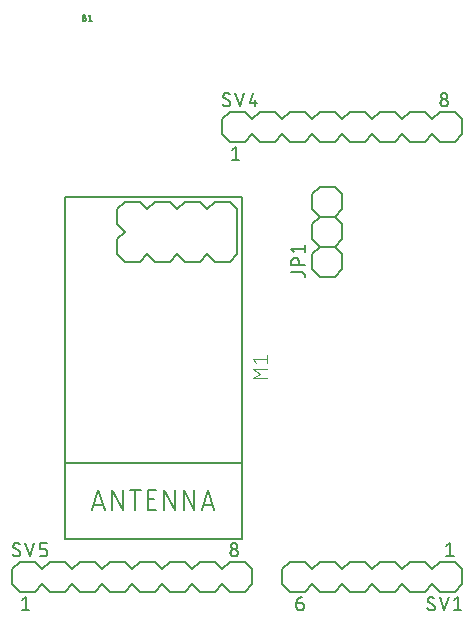
<source format=gbr>
G04 EAGLE Gerber RS-274X export*
G75*
%MOMM*%
%FSLAX34Y34*%
%LPD*%
%INSilkscreen Top*%
%IPPOS*%
%AMOC8*
5,1,8,0,0,1.08239X$1,22.5*%
G01*
%ADD10C,0.127000*%
%ADD11C,0.152400*%
%ADD12C,0.101600*%


D10*
X516781Y752616D02*
X518122Y752616D01*
X518122Y752617D02*
X518193Y752615D01*
X518265Y752609D01*
X518335Y752600D01*
X518405Y752587D01*
X518475Y752570D01*
X518543Y752549D01*
X518610Y752525D01*
X518676Y752497D01*
X518740Y752466D01*
X518803Y752431D01*
X518863Y752393D01*
X518922Y752352D01*
X518978Y752308D01*
X519032Y752261D01*
X519083Y752212D01*
X519131Y752159D01*
X519177Y752104D01*
X519219Y752047D01*
X519259Y751987D01*
X519295Y751926D01*
X519328Y751862D01*
X519357Y751797D01*
X519383Y751731D01*
X519406Y751663D01*
X519425Y751594D01*
X519440Y751524D01*
X519451Y751454D01*
X519459Y751383D01*
X519463Y751312D01*
X519463Y751240D01*
X519459Y751169D01*
X519451Y751098D01*
X519440Y751028D01*
X519425Y750958D01*
X519406Y750889D01*
X519383Y750821D01*
X519357Y750755D01*
X519328Y750690D01*
X519295Y750626D01*
X519259Y750565D01*
X519219Y750505D01*
X519177Y750448D01*
X519131Y750393D01*
X519083Y750340D01*
X519032Y750291D01*
X518978Y750244D01*
X518922Y750200D01*
X518863Y750159D01*
X518803Y750121D01*
X518740Y750086D01*
X518676Y750055D01*
X518610Y750027D01*
X518543Y750003D01*
X518475Y749982D01*
X518405Y749965D01*
X518335Y749952D01*
X518265Y749943D01*
X518193Y749937D01*
X518122Y749935D01*
X516781Y749935D01*
X516781Y754761D01*
X518122Y754761D01*
X518187Y754759D01*
X518251Y754753D01*
X518315Y754743D01*
X518379Y754730D01*
X518441Y754712D01*
X518502Y754691D01*
X518562Y754667D01*
X518620Y754638D01*
X518677Y754606D01*
X518731Y754571D01*
X518783Y754533D01*
X518833Y754491D01*
X518880Y754447D01*
X518924Y754400D01*
X518966Y754350D01*
X519004Y754298D01*
X519039Y754244D01*
X519071Y754187D01*
X519100Y754129D01*
X519124Y754069D01*
X519145Y754008D01*
X519163Y753946D01*
X519176Y753882D01*
X519186Y753818D01*
X519192Y753754D01*
X519194Y753689D01*
X519192Y753624D01*
X519186Y753560D01*
X519176Y753496D01*
X519163Y753432D01*
X519145Y753370D01*
X519124Y753309D01*
X519100Y753249D01*
X519071Y753191D01*
X519039Y753134D01*
X519004Y753080D01*
X518966Y753028D01*
X518924Y752978D01*
X518880Y752931D01*
X518833Y752887D01*
X518783Y752845D01*
X518731Y752807D01*
X518677Y752772D01*
X518620Y752740D01*
X518562Y752711D01*
X518502Y752687D01*
X518441Y752666D01*
X518379Y752648D01*
X518315Y752635D01*
X518251Y752625D01*
X518187Y752619D01*
X518122Y752617D01*
X521938Y753689D02*
X523279Y754761D01*
X523279Y749935D01*
X524619Y749935D02*
X521938Y749935D01*
X651510Y600964D02*
X651510Y375920D01*
X651510Y310896D01*
X501650Y310896D01*
X501650Y375920D01*
X501650Y600964D01*
X651510Y600964D01*
X641350Y596900D02*
X647700Y590550D01*
X647700Y552450D01*
X641350Y546100D01*
X628650Y546100D01*
X622300Y552450D01*
X615950Y546100D01*
X603250Y546100D01*
X596900Y552450D01*
X590550Y546100D01*
X577850Y546100D01*
X571500Y552450D01*
X565150Y546100D01*
X552450Y546100D01*
X546100Y552450D01*
X546100Y565150D01*
X552450Y571500D01*
X546100Y577850D01*
X546100Y590550D01*
X552450Y596900D01*
X565150Y596900D01*
X571500Y590550D01*
X577850Y596900D01*
X590550Y596900D01*
X596900Y590550D01*
X603250Y596900D01*
X615950Y596900D01*
X622300Y590550D01*
X628650Y596900D01*
X641350Y596900D01*
X651510Y375920D02*
X501650Y375920D01*
D11*
X530207Y352298D02*
X524789Y336042D01*
X535626Y336042D02*
X530207Y352298D01*
X534271Y340106D02*
X526143Y340106D01*
X541844Y336042D02*
X541844Y352298D01*
X550875Y336042D01*
X550875Y352298D01*
X561470Y352298D02*
X561470Y336042D01*
X556954Y352298D02*
X565985Y352298D01*
X572094Y336042D02*
X579319Y336042D01*
X572094Y336042D02*
X572094Y352298D01*
X579319Y352298D01*
X577513Y345073D02*
X572094Y345073D01*
X585612Y352298D02*
X585612Y336042D01*
X594643Y336042D02*
X585612Y352298D01*
X594643Y352298D02*
X594643Y336042D01*
X602285Y336042D02*
X602285Y352298D01*
X611316Y336042D01*
X611316Y352298D01*
X622953Y352298D02*
X617534Y336042D01*
X628371Y336042D02*
X622953Y352298D01*
X627017Y340106D02*
X618889Y340106D01*
D12*
X660908Y447343D02*
X672592Y447343D01*
X667399Y451238D02*
X660908Y447343D01*
X667399Y451238D02*
X660908Y455133D01*
X672592Y455133D01*
X663504Y460566D02*
X660908Y463811D01*
X672592Y463811D01*
X672592Y460566D02*
X672592Y467057D01*
D11*
X819150Y266700D02*
X831850Y266700D01*
X819150Y266700D02*
X812800Y273050D01*
X812800Y285750D02*
X819150Y292100D01*
X812800Y273050D02*
X806450Y266700D01*
X793750Y266700D01*
X787400Y273050D01*
X787400Y285750D02*
X793750Y292100D01*
X806450Y292100D01*
X812800Y285750D01*
X838200Y285750D02*
X838200Y273050D01*
X831850Y266700D01*
X838200Y285750D02*
X831850Y292100D01*
X819150Y292100D01*
X787400Y273050D02*
X781050Y266700D01*
X768350Y266700D01*
X762000Y273050D01*
X762000Y285750D02*
X768350Y292100D01*
X781050Y292100D01*
X787400Y285750D01*
X755650Y266700D02*
X742950Y266700D01*
X736600Y273050D01*
X736600Y285750D02*
X742950Y292100D01*
X736600Y273050D02*
X730250Y266700D01*
X717550Y266700D01*
X711200Y273050D01*
X711200Y285750D02*
X717550Y292100D01*
X730250Y292100D01*
X736600Y285750D01*
X755650Y266700D02*
X762000Y273050D01*
X762000Y285750D02*
X755650Y292100D01*
X742950Y292100D01*
X711200Y273050D02*
X704850Y266700D01*
X692150Y266700D01*
X685800Y273050D01*
X685800Y285750D02*
X692150Y292100D01*
X704850Y292100D01*
X711200Y285750D01*
X685800Y285750D02*
X685800Y273050D01*
D10*
X824865Y305435D02*
X828040Y307975D01*
X828040Y296545D01*
X824865Y296545D02*
X831215Y296545D01*
X701675Y257175D02*
X697865Y257175D01*
X701675Y257175D02*
X701775Y257173D01*
X701874Y257167D01*
X701974Y257157D01*
X702072Y257144D01*
X702171Y257126D01*
X702268Y257105D01*
X702364Y257080D01*
X702460Y257051D01*
X702554Y257018D01*
X702647Y256982D01*
X702738Y256942D01*
X702828Y256898D01*
X702916Y256851D01*
X703002Y256801D01*
X703086Y256747D01*
X703168Y256690D01*
X703247Y256630D01*
X703325Y256566D01*
X703399Y256500D01*
X703471Y256431D01*
X703540Y256359D01*
X703606Y256285D01*
X703670Y256207D01*
X703730Y256128D01*
X703787Y256046D01*
X703841Y255962D01*
X703891Y255876D01*
X703938Y255788D01*
X703982Y255698D01*
X704022Y255607D01*
X704058Y255514D01*
X704091Y255420D01*
X704120Y255324D01*
X704145Y255228D01*
X704166Y255131D01*
X704184Y255032D01*
X704197Y254934D01*
X704207Y254834D01*
X704213Y254735D01*
X704215Y254635D01*
X704215Y254000D01*
X704213Y253889D01*
X704207Y253779D01*
X704198Y253668D01*
X704184Y253558D01*
X704167Y253449D01*
X704146Y253340D01*
X704121Y253232D01*
X704092Y253125D01*
X704060Y253019D01*
X704024Y252914D01*
X703984Y252811D01*
X703941Y252709D01*
X703894Y252608D01*
X703843Y252509D01*
X703790Y252412D01*
X703733Y252318D01*
X703672Y252225D01*
X703609Y252134D01*
X703542Y252045D01*
X703472Y251959D01*
X703399Y251876D01*
X703324Y251794D01*
X703246Y251716D01*
X703164Y251641D01*
X703081Y251568D01*
X702995Y251498D01*
X702906Y251431D01*
X702815Y251368D01*
X702722Y251307D01*
X702628Y251250D01*
X702531Y251197D01*
X702432Y251146D01*
X702331Y251099D01*
X702229Y251056D01*
X702126Y251016D01*
X702021Y250980D01*
X701915Y250948D01*
X701808Y250919D01*
X701700Y250894D01*
X701591Y250873D01*
X701482Y250856D01*
X701372Y250842D01*
X701261Y250833D01*
X701151Y250827D01*
X701040Y250825D01*
X700929Y250827D01*
X700819Y250833D01*
X700708Y250842D01*
X700598Y250856D01*
X700489Y250873D01*
X700380Y250894D01*
X700272Y250919D01*
X700165Y250948D01*
X700059Y250980D01*
X699954Y251016D01*
X699851Y251056D01*
X699749Y251099D01*
X699648Y251146D01*
X699549Y251197D01*
X699453Y251250D01*
X699358Y251307D01*
X699265Y251368D01*
X699174Y251431D01*
X699085Y251498D01*
X698999Y251568D01*
X698916Y251641D01*
X698834Y251716D01*
X698756Y251794D01*
X698681Y251876D01*
X698608Y251959D01*
X698538Y252045D01*
X698471Y252134D01*
X698408Y252225D01*
X698347Y252318D01*
X698290Y252413D01*
X698237Y252509D01*
X698186Y252608D01*
X698139Y252709D01*
X698096Y252811D01*
X698056Y252914D01*
X698020Y253019D01*
X697988Y253125D01*
X697959Y253232D01*
X697934Y253340D01*
X697913Y253449D01*
X697896Y253558D01*
X697882Y253668D01*
X697873Y253779D01*
X697867Y253889D01*
X697865Y254000D01*
X697865Y257175D01*
X697867Y257315D01*
X697873Y257455D01*
X697882Y257595D01*
X697896Y257734D01*
X697913Y257873D01*
X697934Y258011D01*
X697959Y258149D01*
X697988Y258286D01*
X698020Y258422D01*
X698057Y258557D01*
X698097Y258691D01*
X698140Y258824D01*
X698188Y258956D01*
X698238Y259087D01*
X698293Y259216D01*
X698351Y259343D01*
X698412Y259469D01*
X698477Y259593D01*
X698546Y259715D01*
X698617Y259835D01*
X698692Y259953D01*
X698770Y260070D01*
X698852Y260184D01*
X698936Y260295D01*
X699024Y260404D01*
X699114Y260511D01*
X699208Y260616D01*
X699304Y260717D01*
X699403Y260816D01*
X699504Y260912D01*
X699609Y261006D01*
X699716Y261096D01*
X699825Y261184D01*
X699936Y261268D01*
X700050Y261350D01*
X700167Y261428D01*
X700285Y261503D01*
X700405Y261574D01*
X700527Y261643D01*
X700651Y261708D01*
X700777Y261769D01*
X700904Y261827D01*
X701033Y261882D01*
X701164Y261932D01*
X701296Y261980D01*
X701429Y262023D01*
X701563Y262063D01*
X701698Y262100D01*
X701834Y262132D01*
X701971Y262161D01*
X702109Y262186D01*
X702247Y262207D01*
X702386Y262224D01*
X702525Y262238D01*
X702665Y262247D01*
X702805Y262253D01*
X702945Y262255D01*
X812546Y250825D02*
X812646Y250827D01*
X812745Y250833D01*
X812845Y250843D01*
X812943Y250856D01*
X813042Y250874D01*
X813139Y250895D01*
X813235Y250920D01*
X813331Y250949D01*
X813425Y250982D01*
X813518Y251018D01*
X813609Y251058D01*
X813699Y251102D01*
X813787Y251149D01*
X813873Y251199D01*
X813957Y251253D01*
X814039Y251310D01*
X814118Y251370D01*
X814196Y251434D01*
X814270Y251500D01*
X814342Y251569D01*
X814411Y251641D01*
X814477Y251715D01*
X814541Y251793D01*
X814601Y251872D01*
X814658Y251954D01*
X814712Y252038D01*
X814762Y252124D01*
X814809Y252212D01*
X814853Y252302D01*
X814893Y252393D01*
X814929Y252486D01*
X814962Y252580D01*
X814991Y252676D01*
X815016Y252772D01*
X815037Y252869D01*
X815055Y252968D01*
X815068Y253066D01*
X815078Y253166D01*
X815084Y253265D01*
X815086Y253365D01*
X812546Y250825D02*
X812405Y250827D01*
X812264Y250832D01*
X812123Y250842D01*
X811982Y250855D01*
X811842Y250871D01*
X811702Y250892D01*
X811563Y250916D01*
X811424Y250944D01*
X811287Y250975D01*
X811150Y251010D01*
X811014Y251048D01*
X810879Y251090D01*
X810746Y251136D01*
X810613Y251185D01*
X810482Y251238D01*
X810353Y251294D01*
X810224Y251353D01*
X810098Y251416D01*
X809973Y251482D01*
X809850Y251551D01*
X809729Y251624D01*
X809610Y251700D01*
X809492Y251779D01*
X809377Y251860D01*
X809265Y251945D01*
X809154Y252033D01*
X809046Y252124D01*
X808940Y252217D01*
X808837Y252314D01*
X808736Y252413D01*
X809054Y259715D02*
X809056Y259815D01*
X809062Y259914D01*
X809072Y260014D01*
X809085Y260112D01*
X809103Y260211D01*
X809124Y260308D01*
X809149Y260404D01*
X809178Y260500D01*
X809211Y260594D01*
X809247Y260687D01*
X809287Y260778D01*
X809331Y260868D01*
X809378Y260956D01*
X809428Y261042D01*
X809482Y261126D01*
X809539Y261208D01*
X809599Y261287D01*
X809663Y261365D01*
X809729Y261439D01*
X809798Y261511D01*
X809870Y261580D01*
X809944Y261646D01*
X810022Y261710D01*
X810101Y261770D01*
X810183Y261827D01*
X810267Y261881D01*
X810353Y261931D01*
X810441Y261978D01*
X810531Y262022D01*
X810622Y262062D01*
X810715Y262098D01*
X810809Y262131D01*
X810905Y262160D01*
X811001Y262185D01*
X811098Y262206D01*
X811197Y262224D01*
X811295Y262237D01*
X811395Y262247D01*
X811494Y262253D01*
X811594Y262255D01*
X811594Y262256D02*
X811727Y262254D01*
X811860Y262249D01*
X811993Y262239D01*
X812126Y262226D01*
X812258Y262209D01*
X812390Y262189D01*
X812521Y262165D01*
X812651Y262137D01*
X812781Y262106D01*
X812909Y262071D01*
X813037Y262032D01*
X813163Y261990D01*
X813288Y261944D01*
X813412Y261895D01*
X813535Y261843D01*
X813656Y261787D01*
X813775Y261727D01*
X813893Y261665D01*
X814008Y261599D01*
X814122Y261530D01*
X814234Y261457D01*
X814344Y261382D01*
X814452Y261303D01*
X810323Y257492D02*
X810239Y257544D01*
X810156Y257599D01*
X810076Y257658D01*
X809998Y257719D01*
X809923Y257783D01*
X809850Y257851D01*
X809779Y257921D01*
X809712Y257993D01*
X809647Y258068D01*
X809585Y258146D01*
X809526Y258226D01*
X809470Y258308D01*
X809418Y258392D01*
X809369Y258478D01*
X809323Y258566D01*
X809280Y258656D01*
X809241Y258747D01*
X809206Y258840D01*
X809174Y258934D01*
X809146Y259029D01*
X809121Y259125D01*
X809101Y259222D01*
X809083Y259320D01*
X809070Y259418D01*
X809061Y259517D01*
X809055Y259616D01*
X809053Y259715D01*
X813816Y255588D02*
X813900Y255536D01*
X813983Y255481D01*
X814063Y255422D01*
X814141Y255361D01*
X814216Y255297D01*
X814289Y255229D01*
X814360Y255159D01*
X814427Y255087D01*
X814492Y255012D01*
X814554Y254934D01*
X814613Y254854D01*
X814669Y254772D01*
X814721Y254688D01*
X814770Y254602D01*
X814816Y254514D01*
X814859Y254424D01*
X814898Y254333D01*
X814933Y254240D01*
X814965Y254146D01*
X814993Y254051D01*
X815018Y253955D01*
X815038Y253858D01*
X815056Y253760D01*
X815069Y253662D01*
X815078Y253563D01*
X815084Y253464D01*
X815086Y253365D01*
X813816Y255588D02*
X810324Y257493D01*
X819150Y262255D02*
X822960Y250825D01*
X826770Y262255D01*
X831215Y259715D02*
X834390Y262255D01*
X834390Y250825D01*
X831215Y250825D02*
X837565Y250825D01*
D11*
X654050Y673100D02*
X641350Y673100D01*
X654050Y673100D02*
X660400Y666750D01*
X660400Y654050D02*
X654050Y647700D01*
X660400Y666750D02*
X666750Y673100D01*
X679450Y673100D01*
X685800Y666750D01*
X685800Y654050D02*
X679450Y647700D01*
X666750Y647700D01*
X660400Y654050D01*
X635000Y654050D02*
X635000Y666750D01*
X641350Y673100D01*
X635000Y654050D02*
X641350Y647700D01*
X654050Y647700D01*
X685800Y666750D02*
X692150Y673100D01*
X704850Y673100D01*
X711200Y666750D01*
X711200Y654050D02*
X704850Y647700D01*
X692150Y647700D01*
X685800Y654050D01*
X717550Y673100D02*
X730250Y673100D01*
X736600Y666750D01*
X736600Y654050D02*
X730250Y647700D01*
X711200Y666750D02*
X717550Y673100D01*
X711200Y654050D02*
X717550Y647700D01*
X730250Y647700D01*
X742950Y673100D02*
X755650Y673100D01*
X762000Y666750D01*
X762000Y654050D02*
X755650Y647700D01*
X762000Y666750D02*
X768350Y673100D01*
X781050Y673100D01*
X787400Y666750D01*
X787400Y654050D02*
X781050Y647700D01*
X768350Y647700D01*
X762000Y654050D01*
X742950Y673100D02*
X736600Y666750D01*
X736600Y654050D02*
X742950Y647700D01*
X755650Y647700D01*
X787400Y666750D02*
X793750Y673100D01*
X806450Y673100D01*
X812800Y666750D01*
X812800Y654050D02*
X806450Y647700D01*
X793750Y647700D01*
X787400Y654050D01*
X819150Y673100D02*
X831850Y673100D01*
X838200Y666750D01*
X838200Y654050D01*
X831850Y647700D01*
X812800Y666750D02*
X819150Y673100D01*
X812800Y654050D02*
X819150Y647700D01*
X831850Y647700D01*
D10*
X646430Y643255D02*
X643255Y640715D01*
X646430Y643255D02*
X646430Y631825D01*
X643255Y631825D02*
X649605Y631825D01*
X819785Y680720D02*
X819787Y680831D01*
X819793Y680941D01*
X819802Y681052D01*
X819816Y681162D01*
X819833Y681271D01*
X819854Y681380D01*
X819879Y681488D01*
X819908Y681595D01*
X819940Y681701D01*
X819976Y681806D01*
X820016Y681909D01*
X820059Y682011D01*
X820106Y682112D01*
X820157Y682211D01*
X820210Y682308D01*
X820267Y682402D01*
X820328Y682495D01*
X820391Y682586D01*
X820458Y682675D01*
X820528Y682761D01*
X820601Y682844D01*
X820676Y682926D01*
X820754Y683004D01*
X820836Y683079D01*
X820919Y683152D01*
X821005Y683222D01*
X821094Y683289D01*
X821185Y683352D01*
X821278Y683413D01*
X821373Y683470D01*
X821469Y683523D01*
X821568Y683574D01*
X821669Y683621D01*
X821771Y683664D01*
X821874Y683704D01*
X821979Y683740D01*
X822085Y683772D01*
X822192Y683801D01*
X822300Y683826D01*
X822409Y683847D01*
X822518Y683864D01*
X822628Y683878D01*
X822739Y683887D01*
X822849Y683893D01*
X822960Y683895D01*
X823071Y683893D01*
X823181Y683887D01*
X823292Y683878D01*
X823402Y683864D01*
X823511Y683847D01*
X823620Y683826D01*
X823728Y683801D01*
X823835Y683772D01*
X823941Y683740D01*
X824046Y683704D01*
X824149Y683664D01*
X824251Y683621D01*
X824352Y683574D01*
X824451Y683523D01*
X824548Y683470D01*
X824642Y683413D01*
X824735Y683352D01*
X824826Y683289D01*
X824915Y683222D01*
X825001Y683152D01*
X825084Y683079D01*
X825166Y683004D01*
X825244Y682926D01*
X825319Y682844D01*
X825392Y682761D01*
X825462Y682675D01*
X825529Y682586D01*
X825592Y682495D01*
X825653Y682402D01*
X825710Y682308D01*
X825763Y682211D01*
X825814Y682112D01*
X825861Y682011D01*
X825904Y681909D01*
X825944Y681806D01*
X825980Y681701D01*
X826012Y681595D01*
X826041Y681488D01*
X826066Y681380D01*
X826087Y681271D01*
X826104Y681162D01*
X826118Y681052D01*
X826127Y680941D01*
X826133Y680831D01*
X826135Y680720D01*
X826133Y680609D01*
X826127Y680499D01*
X826118Y680388D01*
X826104Y680278D01*
X826087Y680169D01*
X826066Y680060D01*
X826041Y679952D01*
X826012Y679845D01*
X825980Y679739D01*
X825944Y679634D01*
X825904Y679531D01*
X825861Y679429D01*
X825814Y679328D01*
X825763Y679229D01*
X825710Y679133D01*
X825653Y679038D01*
X825592Y678945D01*
X825529Y678854D01*
X825462Y678765D01*
X825392Y678679D01*
X825319Y678596D01*
X825244Y678514D01*
X825166Y678436D01*
X825084Y678361D01*
X825001Y678288D01*
X824915Y678218D01*
X824826Y678151D01*
X824735Y678088D01*
X824642Y678027D01*
X824548Y677970D01*
X824451Y677917D01*
X824352Y677866D01*
X824251Y677819D01*
X824149Y677776D01*
X824046Y677736D01*
X823941Y677700D01*
X823835Y677668D01*
X823728Y677639D01*
X823620Y677614D01*
X823511Y677593D01*
X823402Y677576D01*
X823292Y677562D01*
X823181Y677553D01*
X823071Y677547D01*
X822960Y677545D01*
X822849Y677547D01*
X822739Y677553D01*
X822628Y677562D01*
X822518Y677576D01*
X822409Y677593D01*
X822300Y677614D01*
X822192Y677639D01*
X822085Y677668D01*
X821979Y677700D01*
X821874Y677736D01*
X821771Y677776D01*
X821669Y677819D01*
X821568Y677866D01*
X821469Y677917D01*
X821373Y677970D01*
X821278Y678027D01*
X821185Y678088D01*
X821094Y678151D01*
X821005Y678218D01*
X820919Y678288D01*
X820836Y678361D01*
X820754Y678436D01*
X820676Y678514D01*
X820601Y678596D01*
X820528Y678679D01*
X820458Y678765D01*
X820391Y678854D01*
X820328Y678945D01*
X820267Y679038D01*
X820210Y679133D01*
X820157Y679229D01*
X820106Y679328D01*
X820059Y679429D01*
X820016Y679531D01*
X819976Y679634D01*
X819940Y679739D01*
X819908Y679845D01*
X819879Y679952D01*
X819854Y680060D01*
X819833Y680169D01*
X819816Y680278D01*
X819802Y680388D01*
X819793Y680499D01*
X819787Y680609D01*
X819785Y680720D01*
X820420Y686435D02*
X820422Y686535D01*
X820428Y686634D01*
X820438Y686734D01*
X820451Y686832D01*
X820469Y686931D01*
X820490Y687028D01*
X820515Y687124D01*
X820544Y687220D01*
X820577Y687314D01*
X820613Y687407D01*
X820653Y687498D01*
X820697Y687588D01*
X820744Y687676D01*
X820794Y687762D01*
X820848Y687846D01*
X820905Y687928D01*
X820965Y688007D01*
X821029Y688085D01*
X821095Y688159D01*
X821164Y688231D01*
X821236Y688300D01*
X821310Y688366D01*
X821388Y688430D01*
X821467Y688490D01*
X821549Y688547D01*
X821633Y688601D01*
X821719Y688651D01*
X821807Y688698D01*
X821897Y688742D01*
X821988Y688782D01*
X822081Y688818D01*
X822175Y688851D01*
X822271Y688880D01*
X822367Y688905D01*
X822464Y688926D01*
X822563Y688944D01*
X822661Y688957D01*
X822761Y688967D01*
X822860Y688973D01*
X822960Y688975D01*
X823060Y688973D01*
X823159Y688967D01*
X823259Y688957D01*
X823357Y688944D01*
X823456Y688926D01*
X823553Y688905D01*
X823649Y688880D01*
X823745Y688851D01*
X823839Y688818D01*
X823932Y688782D01*
X824023Y688742D01*
X824113Y688698D01*
X824201Y688651D01*
X824287Y688601D01*
X824371Y688547D01*
X824453Y688490D01*
X824532Y688430D01*
X824610Y688366D01*
X824684Y688300D01*
X824756Y688231D01*
X824825Y688159D01*
X824891Y688085D01*
X824955Y688007D01*
X825015Y687928D01*
X825072Y687846D01*
X825126Y687762D01*
X825176Y687676D01*
X825223Y687588D01*
X825267Y687498D01*
X825307Y687407D01*
X825343Y687314D01*
X825376Y687220D01*
X825405Y687124D01*
X825430Y687028D01*
X825451Y686931D01*
X825469Y686832D01*
X825482Y686734D01*
X825492Y686634D01*
X825498Y686535D01*
X825500Y686435D01*
X825498Y686335D01*
X825492Y686236D01*
X825482Y686136D01*
X825469Y686038D01*
X825451Y685939D01*
X825430Y685842D01*
X825405Y685746D01*
X825376Y685650D01*
X825343Y685556D01*
X825307Y685463D01*
X825267Y685372D01*
X825223Y685282D01*
X825176Y685194D01*
X825126Y685108D01*
X825072Y685024D01*
X825015Y684942D01*
X824955Y684863D01*
X824891Y684785D01*
X824825Y684711D01*
X824756Y684639D01*
X824684Y684570D01*
X824610Y684504D01*
X824532Y684440D01*
X824453Y684380D01*
X824371Y684323D01*
X824287Y684269D01*
X824201Y684219D01*
X824113Y684172D01*
X824023Y684128D01*
X823932Y684088D01*
X823839Y684052D01*
X823745Y684019D01*
X823649Y683990D01*
X823553Y683965D01*
X823456Y683944D01*
X823357Y683926D01*
X823259Y683913D01*
X823159Y683903D01*
X823060Y683897D01*
X822960Y683895D01*
X822860Y683897D01*
X822761Y683903D01*
X822661Y683913D01*
X822563Y683926D01*
X822464Y683944D01*
X822367Y683965D01*
X822271Y683990D01*
X822175Y684019D01*
X822081Y684052D01*
X821988Y684088D01*
X821897Y684128D01*
X821807Y684172D01*
X821719Y684219D01*
X821633Y684269D01*
X821549Y684323D01*
X821467Y684380D01*
X821388Y684440D01*
X821310Y684504D01*
X821236Y684570D01*
X821164Y684639D01*
X821095Y684711D01*
X821029Y684785D01*
X820965Y684863D01*
X820905Y684942D01*
X820848Y685024D01*
X820794Y685108D01*
X820744Y685194D01*
X820697Y685282D01*
X820653Y685372D01*
X820613Y685463D01*
X820577Y685556D01*
X820544Y685650D01*
X820515Y685746D01*
X820490Y685842D01*
X820469Y685939D01*
X820451Y686038D01*
X820438Y686136D01*
X820428Y686236D01*
X820422Y686335D01*
X820420Y686435D01*
X641985Y680085D02*
X641983Y679985D01*
X641977Y679886D01*
X641967Y679786D01*
X641954Y679688D01*
X641936Y679589D01*
X641915Y679492D01*
X641890Y679396D01*
X641861Y679300D01*
X641828Y679206D01*
X641792Y679113D01*
X641752Y679022D01*
X641708Y678932D01*
X641661Y678844D01*
X641611Y678758D01*
X641557Y678674D01*
X641500Y678592D01*
X641440Y678513D01*
X641376Y678435D01*
X641310Y678361D01*
X641241Y678289D01*
X641169Y678220D01*
X641095Y678154D01*
X641017Y678090D01*
X640938Y678030D01*
X640856Y677973D01*
X640772Y677919D01*
X640686Y677869D01*
X640598Y677822D01*
X640508Y677778D01*
X640417Y677738D01*
X640324Y677702D01*
X640230Y677669D01*
X640134Y677640D01*
X640038Y677615D01*
X639941Y677594D01*
X639842Y677576D01*
X639744Y677563D01*
X639644Y677553D01*
X639545Y677547D01*
X639445Y677545D01*
X639304Y677547D01*
X639163Y677552D01*
X639022Y677562D01*
X638881Y677575D01*
X638741Y677591D01*
X638601Y677612D01*
X638462Y677636D01*
X638323Y677664D01*
X638186Y677695D01*
X638049Y677730D01*
X637913Y677768D01*
X637778Y677810D01*
X637645Y677856D01*
X637512Y677905D01*
X637381Y677958D01*
X637252Y678014D01*
X637123Y678073D01*
X636997Y678136D01*
X636872Y678202D01*
X636749Y678271D01*
X636628Y678344D01*
X636509Y678420D01*
X636391Y678499D01*
X636276Y678580D01*
X636164Y678665D01*
X636053Y678753D01*
X635945Y678844D01*
X635839Y678937D01*
X635736Y679034D01*
X635635Y679133D01*
X635953Y686435D02*
X635955Y686535D01*
X635961Y686634D01*
X635971Y686734D01*
X635984Y686832D01*
X636002Y686931D01*
X636023Y687028D01*
X636048Y687124D01*
X636077Y687220D01*
X636110Y687314D01*
X636146Y687407D01*
X636186Y687498D01*
X636230Y687588D01*
X636277Y687676D01*
X636327Y687762D01*
X636381Y687846D01*
X636438Y687928D01*
X636498Y688007D01*
X636562Y688085D01*
X636628Y688159D01*
X636697Y688231D01*
X636769Y688300D01*
X636843Y688366D01*
X636921Y688430D01*
X637000Y688490D01*
X637082Y688547D01*
X637166Y688601D01*
X637252Y688651D01*
X637340Y688698D01*
X637430Y688742D01*
X637521Y688782D01*
X637614Y688818D01*
X637708Y688851D01*
X637804Y688880D01*
X637900Y688905D01*
X637997Y688926D01*
X638096Y688944D01*
X638194Y688957D01*
X638294Y688967D01*
X638393Y688973D01*
X638493Y688975D01*
X638493Y688976D02*
X638626Y688974D01*
X638759Y688969D01*
X638892Y688959D01*
X639025Y688946D01*
X639157Y688929D01*
X639289Y688909D01*
X639420Y688885D01*
X639550Y688857D01*
X639680Y688826D01*
X639808Y688791D01*
X639936Y688752D01*
X640062Y688710D01*
X640187Y688664D01*
X640311Y688615D01*
X640434Y688563D01*
X640555Y688507D01*
X640674Y688447D01*
X640792Y688385D01*
X640907Y688319D01*
X641021Y688250D01*
X641133Y688177D01*
X641243Y688102D01*
X641351Y688023D01*
X637222Y684212D02*
X637138Y684264D01*
X637055Y684319D01*
X636975Y684378D01*
X636897Y684439D01*
X636822Y684503D01*
X636749Y684571D01*
X636678Y684641D01*
X636611Y684713D01*
X636546Y684788D01*
X636484Y684866D01*
X636425Y684946D01*
X636369Y685028D01*
X636317Y685112D01*
X636268Y685198D01*
X636222Y685286D01*
X636179Y685376D01*
X636140Y685467D01*
X636105Y685560D01*
X636073Y685654D01*
X636045Y685749D01*
X636020Y685845D01*
X636000Y685942D01*
X635982Y686040D01*
X635969Y686138D01*
X635960Y686237D01*
X635954Y686336D01*
X635952Y686435D01*
X640715Y682308D02*
X640799Y682256D01*
X640882Y682201D01*
X640962Y682142D01*
X641040Y682081D01*
X641115Y682017D01*
X641188Y681949D01*
X641259Y681879D01*
X641326Y681807D01*
X641391Y681732D01*
X641453Y681654D01*
X641512Y681574D01*
X641568Y681492D01*
X641620Y681408D01*
X641669Y681322D01*
X641715Y681234D01*
X641758Y681144D01*
X641797Y681053D01*
X641832Y680960D01*
X641864Y680866D01*
X641892Y680771D01*
X641917Y680675D01*
X641937Y680578D01*
X641955Y680480D01*
X641968Y680382D01*
X641977Y680283D01*
X641983Y680184D01*
X641985Y680085D01*
X640715Y682308D02*
X637223Y684213D01*
X646049Y688975D02*
X649859Y677545D01*
X653669Y688975D01*
X660654Y688975D02*
X658114Y680085D01*
X664464Y680085D01*
X662559Y682625D02*
X662559Y677545D01*
D11*
X476250Y292100D02*
X463550Y292100D01*
X476250Y292100D02*
X482600Y285750D01*
X482600Y273050D02*
X476250Y266700D01*
X482600Y285750D02*
X488950Y292100D01*
X501650Y292100D01*
X508000Y285750D01*
X508000Y273050D02*
X501650Y266700D01*
X488950Y266700D01*
X482600Y273050D01*
X457200Y273050D02*
X457200Y285750D01*
X463550Y292100D01*
X457200Y273050D02*
X463550Y266700D01*
X476250Y266700D01*
X508000Y285750D02*
X514350Y292100D01*
X527050Y292100D01*
X533400Y285750D01*
X533400Y273050D02*
X527050Y266700D01*
X514350Y266700D01*
X508000Y273050D01*
X539750Y292100D02*
X552450Y292100D01*
X558800Y285750D01*
X558800Y273050D02*
X552450Y266700D01*
X533400Y285750D02*
X539750Y292100D01*
X533400Y273050D02*
X539750Y266700D01*
X552450Y266700D01*
X565150Y292100D02*
X577850Y292100D01*
X584200Y285750D01*
X584200Y273050D02*
X577850Y266700D01*
X584200Y285750D02*
X590550Y292100D01*
X603250Y292100D01*
X609600Y285750D01*
X609600Y273050D02*
X603250Y266700D01*
X590550Y266700D01*
X584200Y273050D01*
X565150Y292100D02*
X558800Y285750D01*
X558800Y273050D02*
X565150Y266700D01*
X577850Y266700D01*
X609600Y285750D02*
X615950Y292100D01*
X628650Y292100D01*
X635000Y285750D01*
X635000Y273050D02*
X628650Y266700D01*
X615950Y266700D01*
X609600Y273050D01*
X641350Y292100D02*
X654050Y292100D01*
X660400Y285750D01*
X660400Y273050D01*
X654050Y266700D01*
X635000Y285750D02*
X641350Y292100D01*
X635000Y273050D02*
X641350Y266700D01*
X654050Y266700D01*
D10*
X468630Y262255D02*
X465455Y259715D01*
X468630Y262255D02*
X468630Y250825D01*
X465455Y250825D02*
X471805Y250825D01*
X641985Y299720D02*
X641987Y299831D01*
X641993Y299941D01*
X642002Y300052D01*
X642016Y300162D01*
X642033Y300271D01*
X642054Y300380D01*
X642079Y300488D01*
X642108Y300595D01*
X642140Y300701D01*
X642176Y300806D01*
X642216Y300909D01*
X642259Y301011D01*
X642306Y301112D01*
X642357Y301211D01*
X642410Y301308D01*
X642467Y301402D01*
X642528Y301495D01*
X642591Y301586D01*
X642658Y301675D01*
X642728Y301761D01*
X642801Y301844D01*
X642876Y301926D01*
X642954Y302004D01*
X643036Y302079D01*
X643119Y302152D01*
X643205Y302222D01*
X643294Y302289D01*
X643385Y302352D01*
X643478Y302413D01*
X643573Y302470D01*
X643669Y302523D01*
X643768Y302574D01*
X643869Y302621D01*
X643971Y302664D01*
X644074Y302704D01*
X644179Y302740D01*
X644285Y302772D01*
X644392Y302801D01*
X644500Y302826D01*
X644609Y302847D01*
X644718Y302864D01*
X644828Y302878D01*
X644939Y302887D01*
X645049Y302893D01*
X645160Y302895D01*
X645271Y302893D01*
X645381Y302887D01*
X645492Y302878D01*
X645602Y302864D01*
X645711Y302847D01*
X645820Y302826D01*
X645928Y302801D01*
X646035Y302772D01*
X646141Y302740D01*
X646246Y302704D01*
X646349Y302664D01*
X646451Y302621D01*
X646552Y302574D01*
X646651Y302523D01*
X646748Y302470D01*
X646842Y302413D01*
X646935Y302352D01*
X647026Y302289D01*
X647115Y302222D01*
X647201Y302152D01*
X647284Y302079D01*
X647366Y302004D01*
X647444Y301926D01*
X647519Y301844D01*
X647592Y301761D01*
X647662Y301675D01*
X647729Y301586D01*
X647792Y301495D01*
X647853Y301402D01*
X647910Y301308D01*
X647963Y301211D01*
X648014Y301112D01*
X648061Y301011D01*
X648104Y300909D01*
X648144Y300806D01*
X648180Y300701D01*
X648212Y300595D01*
X648241Y300488D01*
X648266Y300380D01*
X648287Y300271D01*
X648304Y300162D01*
X648318Y300052D01*
X648327Y299941D01*
X648333Y299831D01*
X648335Y299720D01*
X648333Y299609D01*
X648327Y299499D01*
X648318Y299388D01*
X648304Y299278D01*
X648287Y299169D01*
X648266Y299060D01*
X648241Y298952D01*
X648212Y298845D01*
X648180Y298739D01*
X648144Y298634D01*
X648104Y298531D01*
X648061Y298429D01*
X648014Y298328D01*
X647963Y298229D01*
X647910Y298132D01*
X647853Y298038D01*
X647792Y297945D01*
X647729Y297854D01*
X647662Y297765D01*
X647592Y297679D01*
X647519Y297596D01*
X647444Y297514D01*
X647366Y297436D01*
X647284Y297361D01*
X647201Y297288D01*
X647115Y297218D01*
X647026Y297151D01*
X646935Y297088D01*
X646842Y297027D01*
X646748Y296970D01*
X646651Y296917D01*
X646552Y296866D01*
X646451Y296819D01*
X646349Y296776D01*
X646246Y296736D01*
X646141Y296700D01*
X646035Y296668D01*
X645928Y296639D01*
X645820Y296614D01*
X645711Y296593D01*
X645602Y296576D01*
X645492Y296562D01*
X645381Y296553D01*
X645271Y296547D01*
X645160Y296545D01*
X645049Y296547D01*
X644939Y296553D01*
X644828Y296562D01*
X644718Y296576D01*
X644609Y296593D01*
X644500Y296614D01*
X644392Y296639D01*
X644285Y296668D01*
X644179Y296700D01*
X644074Y296736D01*
X643971Y296776D01*
X643869Y296819D01*
X643768Y296866D01*
X643669Y296917D01*
X643573Y296970D01*
X643478Y297027D01*
X643385Y297088D01*
X643294Y297151D01*
X643205Y297218D01*
X643119Y297288D01*
X643036Y297361D01*
X642954Y297436D01*
X642876Y297514D01*
X642801Y297596D01*
X642728Y297679D01*
X642658Y297765D01*
X642591Y297854D01*
X642528Y297945D01*
X642467Y298038D01*
X642410Y298133D01*
X642357Y298229D01*
X642306Y298328D01*
X642259Y298429D01*
X642216Y298531D01*
X642176Y298634D01*
X642140Y298739D01*
X642108Y298845D01*
X642079Y298952D01*
X642054Y299060D01*
X642033Y299169D01*
X642016Y299278D01*
X642002Y299388D01*
X641993Y299499D01*
X641987Y299609D01*
X641985Y299720D01*
X642620Y305435D02*
X642622Y305535D01*
X642628Y305634D01*
X642638Y305734D01*
X642651Y305832D01*
X642669Y305931D01*
X642690Y306028D01*
X642715Y306124D01*
X642744Y306220D01*
X642777Y306314D01*
X642813Y306407D01*
X642853Y306498D01*
X642897Y306588D01*
X642944Y306676D01*
X642994Y306762D01*
X643048Y306846D01*
X643105Y306928D01*
X643165Y307007D01*
X643229Y307085D01*
X643295Y307159D01*
X643364Y307231D01*
X643436Y307300D01*
X643510Y307366D01*
X643588Y307430D01*
X643667Y307490D01*
X643749Y307547D01*
X643833Y307601D01*
X643919Y307651D01*
X644007Y307698D01*
X644097Y307742D01*
X644188Y307782D01*
X644281Y307818D01*
X644375Y307851D01*
X644471Y307880D01*
X644567Y307905D01*
X644664Y307926D01*
X644763Y307944D01*
X644861Y307957D01*
X644961Y307967D01*
X645060Y307973D01*
X645160Y307975D01*
X645260Y307973D01*
X645359Y307967D01*
X645459Y307957D01*
X645557Y307944D01*
X645656Y307926D01*
X645753Y307905D01*
X645849Y307880D01*
X645945Y307851D01*
X646039Y307818D01*
X646132Y307782D01*
X646223Y307742D01*
X646313Y307698D01*
X646401Y307651D01*
X646487Y307601D01*
X646571Y307547D01*
X646653Y307490D01*
X646732Y307430D01*
X646810Y307366D01*
X646884Y307300D01*
X646956Y307231D01*
X647025Y307159D01*
X647091Y307085D01*
X647155Y307007D01*
X647215Y306928D01*
X647272Y306846D01*
X647326Y306762D01*
X647376Y306676D01*
X647423Y306588D01*
X647467Y306498D01*
X647507Y306407D01*
X647543Y306314D01*
X647576Y306220D01*
X647605Y306124D01*
X647630Y306028D01*
X647651Y305931D01*
X647669Y305832D01*
X647682Y305734D01*
X647692Y305634D01*
X647698Y305535D01*
X647700Y305435D01*
X647698Y305335D01*
X647692Y305236D01*
X647682Y305136D01*
X647669Y305038D01*
X647651Y304939D01*
X647630Y304842D01*
X647605Y304746D01*
X647576Y304650D01*
X647543Y304556D01*
X647507Y304463D01*
X647467Y304372D01*
X647423Y304282D01*
X647376Y304194D01*
X647326Y304108D01*
X647272Y304024D01*
X647215Y303942D01*
X647155Y303863D01*
X647091Y303785D01*
X647025Y303711D01*
X646956Y303639D01*
X646884Y303570D01*
X646810Y303504D01*
X646732Y303440D01*
X646653Y303380D01*
X646571Y303323D01*
X646487Y303269D01*
X646401Y303219D01*
X646313Y303172D01*
X646223Y303128D01*
X646132Y303088D01*
X646039Y303052D01*
X645945Y303019D01*
X645849Y302990D01*
X645753Y302965D01*
X645656Y302944D01*
X645557Y302926D01*
X645459Y302913D01*
X645359Y302903D01*
X645260Y302897D01*
X645160Y302895D01*
X645060Y302897D01*
X644961Y302903D01*
X644861Y302913D01*
X644763Y302926D01*
X644664Y302944D01*
X644567Y302965D01*
X644471Y302990D01*
X644375Y303019D01*
X644281Y303052D01*
X644188Y303088D01*
X644097Y303128D01*
X644007Y303172D01*
X643919Y303219D01*
X643833Y303269D01*
X643749Y303323D01*
X643667Y303380D01*
X643588Y303440D01*
X643510Y303504D01*
X643436Y303570D01*
X643364Y303639D01*
X643295Y303711D01*
X643229Y303785D01*
X643165Y303863D01*
X643105Y303942D01*
X643048Y304024D01*
X642994Y304108D01*
X642944Y304194D01*
X642897Y304282D01*
X642853Y304372D01*
X642813Y304463D01*
X642777Y304556D01*
X642744Y304650D01*
X642715Y304746D01*
X642690Y304842D01*
X642669Y304939D01*
X642651Y305038D01*
X642638Y305136D01*
X642628Y305236D01*
X642622Y305335D01*
X642620Y305435D01*
X464185Y299085D02*
X464183Y298985D01*
X464177Y298886D01*
X464167Y298786D01*
X464154Y298688D01*
X464136Y298589D01*
X464115Y298492D01*
X464090Y298396D01*
X464061Y298300D01*
X464028Y298206D01*
X463992Y298113D01*
X463952Y298022D01*
X463908Y297932D01*
X463861Y297844D01*
X463811Y297758D01*
X463757Y297674D01*
X463700Y297592D01*
X463640Y297513D01*
X463576Y297435D01*
X463510Y297361D01*
X463441Y297289D01*
X463369Y297220D01*
X463295Y297154D01*
X463217Y297090D01*
X463138Y297030D01*
X463056Y296973D01*
X462972Y296919D01*
X462886Y296869D01*
X462798Y296822D01*
X462708Y296778D01*
X462617Y296738D01*
X462524Y296702D01*
X462430Y296669D01*
X462334Y296640D01*
X462238Y296615D01*
X462141Y296594D01*
X462042Y296576D01*
X461944Y296563D01*
X461844Y296553D01*
X461745Y296547D01*
X461645Y296545D01*
X461504Y296547D01*
X461363Y296552D01*
X461222Y296562D01*
X461081Y296575D01*
X460941Y296591D01*
X460801Y296612D01*
X460662Y296636D01*
X460523Y296664D01*
X460386Y296695D01*
X460249Y296730D01*
X460113Y296768D01*
X459978Y296810D01*
X459845Y296856D01*
X459712Y296905D01*
X459581Y296958D01*
X459452Y297014D01*
X459323Y297073D01*
X459197Y297136D01*
X459072Y297202D01*
X458949Y297271D01*
X458828Y297344D01*
X458709Y297420D01*
X458591Y297499D01*
X458476Y297580D01*
X458364Y297665D01*
X458253Y297753D01*
X458145Y297844D01*
X458039Y297937D01*
X457936Y298034D01*
X457835Y298133D01*
X458153Y305435D02*
X458155Y305535D01*
X458161Y305634D01*
X458171Y305734D01*
X458184Y305832D01*
X458202Y305931D01*
X458223Y306028D01*
X458248Y306124D01*
X458277Y306220D01*
X458310Y306314D01*
X458346Y306407D01*
X458386Y306498D01*
X458430Y306588D01*
X458477Y306676D01*
X458527Y306762D01*
X458581Y306846D01*
X458638Y306928D01*
X458698Y307007D01*
X458762Y307085D01*
X458828Y307159D01*
X458897Y307231D01*
X458969Y307300D01*
X459043Y307366D01*
X459121Y307430D01*
X459200Y307490D01*
X459282Y307547D01*
X459366Y307601D01*
X459452Y307651D01*
X459540Y307698D01*
X459630Y307742D01*
X459721Y307782D01*
X459814Y307818D01*
X459908Y307851D01*
X460004Y307880D01*
X460100Y307905D01*
X460197Y307926D01*
X460296Y307944D01*
X460394Y307957D01*
X460494Y307967D01*
X460593Y307973D01*
X460693Y307975D01*
X460693Y307976D02*
X460826Y307974D01*
X460959Y307969D01*
X461092Y307959D01*
X461225Y307946D01*
X461357Y307929D01*
X461489Y307909D01*
X461620Y307885D01*
X461750Y307857D01*
X461880Y307826D01*
X462008Y307791D01*
X462136Y307752D01*
X462262Y307710D01*
X462387Y307664D01*
X462511Y307615D01*
X462634Y307563D01*
X462755Y307507D01*
X462874Y307447D01*
X462992Y307385D01*
X463107Y307319D01*
X463221Y307250D01*
X463333Y307177D01*
X463443Y307102D01*
X463551Y307023D01*
X459422Y303212D02*
X459338Y303264D01*
X459255Y303319D01*
X459175Y303378D01*
X459097Y303439D01*
X459022Y303503D01*
X458949Y303571D01*
X458878Y303641D01*
X458811Y303713D01*
X458746Y303788D01*
X458684Y303866D01*
X458625Y303946D01*
X458569Y304028D01*
X458517Y304112D01*
X458468Y304198D01*
X458422Y304286D01*
X458379Y304376D01*
X458340Y304467D01*
X458305Y304560D01*
X458273Y304654D01*
X458245Y304749D01*
X458220Y304845D01*
X458200Y304942D01*
X458182Y305040D01*
X458169Y305138D01*
X458160Y305237D01*
X458154Y305336D01*
X458152Y305435D01*
X462915Y301308D02*
X462999Y301256D01*
X463082Y301201D01*
X463162Y301142D01*
X463240Y301081D01*
X463315Y301017D01*
X463388Y300949D01*
X463459Y300879D01*
X463526Y300807D01*
X463591Y300732D01*
X463653Y300654D01*
X463712Y300574D01*
X463768Y300492D01*
X463820Y300408D01*
X463869Y300322D01*
X463915Y300234D01*
X463958Y300144D01*
X463997Y300053D01*
X464032Y299960D01*
X464064Y299866D01*
X464092Y299771D01*
X464117Y299675D01*
X464137Y299578D01*
X464155Y299480D01*
X464168Y299382D01*
X464177Y299283D01*
X464183Y299184D01*
X464185Y299085D01*
X462915Y301308D02*
X459423Y303213D01*
X468249Y307975D02*
X472059Y296545D01*
X475869Y307975D01*
X480314Y296545D02*
X484124Y296545D01*
X484224Y296547D01*
X484323Y296553D01*
X484423Y296563D01*
X484521Y296576D01*
X484620Y296594D01*
X484717Y296615D01*
X484813Y296640D01*
X484909Y296669D01*
X485003Y296702D01*
X485096Y296738D01*
X485187Y296778D01*
X485277Y296822D01*
X485365Y296869D01*
X485451Y296919D01*
X485535Y296973D01*
X485617Y297030D01*
X485696Y297090D01*
X485774Y297154D01*
X485848Y297220D01*
X485920Y297289D01*
X485989Y297361D01*
X486055Y297435D01*
X486119Y297513D01*
X486179Y297592D01*
X486236Y297674D01*
X486290Y297758D01*
X486340Y297844D01*
X486387Y297932D01*
X486431Y298022D01*
X486471Y298113D01*
X486507Y298206D01*
X486540Y298300D01*
X486569Y298396D01*
X486594Y298492D01*
X486615Y298589D01*
X486633Y298688D01*
X486646Y298786D01*
X486656Y298886D01*
X486662Y298985D01*
X486664Y299085D01*
X486664Y300355D01*
X486662Y300455D01*
X486656Y300554D01*
X486646Y300654D01*
X486633Y300752D01*
X486615Y300851D01*
X486594Y300948D01*
X486569Y301044D01*
X486540Y301140D01*
X486507Y301234D01*
X486471Y301327D01*
X486431Y301418D01*
X486387Y301508D01*
X486340Y301596D01*
X486290Y301682D01*
X486236Y301766D01*
X486179Y301848D01*
X486119Y301927D01*
X486055Y302005D01*
X485989Y302079D01*
X485920Y302151D01*
X485848Y302220D01*
X485774Y302286D01*
X485696Y302350D01*
X485617Y302410D01*
X485535Y302467D01*
X485451Y302521D01*
X485365Y302571D01*
X485277Y302618D01*
X485187Y302662D01*
X485096Y302702D01*
X485003Y302738D01*
X484909Y302771D01*
X484813Y302800D01*
X484717Y302825D01*
X484620Y302846D01*
X484521Y302864D01*
X484423Y302877D01*
X484323Y302887D01*
X484224Y302893D01*
X484124Y302895D01*
X480314Y302895D01*
X480314Y307975D01*
X486664Y307975D01*
D11*
X711200Y539750D02*
X711200Y552450D01*
X717550Y558800D01*
X730250Y558800D01*
X736600Y552450D01*
X717550Y558800D02*
X711200Y565150D01*
X711200Y577850D01*
X717550Y584200D01*
X730250Y584200D01*
X736600Y577850D01*
X736600Y565150D01*
X730250Y558800D01*
X730250Y533400D02*
X717550Y533400D01*
X711200Y539750D01*
X730250Y533400D02*
X736600Y539750D01*
X736600Y552450D01*
X717550Y584200D02*
X711200Y590550D01*
X711200Y603250D01*
X717550Y609600D01*
X730250Y609600D01*
X736600Y603250D01*
X736600Y590550D01*
X730250Y584200D01*
D10*
X702437Y537083D02*
X693547Y537083D01*
X702437Y537083D02*
X702537Y537081D01*
X702636Y537075D01*
X702736Y537065D01*
X702834Y537052D01*
X702933Y537034D01*
X703030Y537013D01*
X703126Y536988D01*
X703222Y536959D01*
X703316Y536926D01*
X703409Y536890D01*
X703500Y536850D01*
X703590Y536806D01*
X703678Y536759D01*
X703764Y536709D01*
X703848Y536655D01*
X703930Y536598D01*
X704009Y536538D01*
X704087Y536474D01*
X704161Y536408D01*
X704233Y536339D01*
X704302Y536267D01*
X704368Y536193D01*
X704432Y536115D01*
X704492Y536036D01*
X704549Y535954D01*
X704603Y535870D01*
X704653Y535784D01*
X704700Y535696D01*
X704744Y535606D01*
X704784Y535515D01*
X704820Y535422D01*
X704853Y535328D01*
X704882Y535232D01*
X704907Y535136D01*
X704928Y535039D01*
X704946Y534940D01*
X704959Y534842D01*
X704969Y534742D01*
X704975Y534643D01*
X704977Y534543D01*
X704977Y533273D01*
X704977Y543063D02*
X693547Y543063D01*
X693547Y546238D01*
X693549Y546349D01*
X693555Y546459D01*
X693564Y546570D01*
X693578Y546680D01*
X693595Y546789D01*
X693616Y546898D01*
X693641Y547006D01*
X693670Y547113D01*
X693702Y547219D01*
X693738Y547324D01*
X693778Y547427D01*
X693821Y547529D01*
X693868Y547630D01*
X693919Y547729D01*
X693972Y547826D01*
X694029Y547920D01*
X694090Y548013D01*
X694153Y548104D01*
X694220Y548193D01*
X694290Y548279D01*
X694363Y548362D01*
X694438Y548444D01*
X694516Y548522D01*
X694598Y548597D01*
X694681Y548670D01*
X694767Y548740D01*
X694856Y548807D01*
X694947Y548870D01*
X695040Y548931D01*
X695135Y548988D01*
X695231Y549041D01*
X695330Y549092D01*
X695431Y549139D01*
X695533Y549182D01*
X695636Y549222D01*
X695741Y549258D01*
X695847Y549290D01*
X695954Y549319D01*
X696062Y549344D01*
X696171Y549365D01*
X696280Y549382D01*
X696390Y549396D01*
X696501Y549405D01*
X696611Y549411D01*
X696722Y549413D01*
X696833Y549411D01*
X696943Y549405D01*
X697054Y549396D01*
X697164Y549382D01*
X697273Y549365D01*
X697382Y549344D01*
X697490Y549319D01*
X697597Y549290D01*
X697703Y549258D01*
X697808Y549222D01*
X697911Y549182D01*
X698013Y549139D01*
X698114Y549092D01*
X698213Y549041D01*
X698310Y548988D01*
X698404Y548931D01*
X698497Y548870D01*
X698588Y548807D01*
X698677Y548740D01*
X698763Y548670D01*
X698846Y548597D01*
X698928Y548522D01*
X699006Y548444D01*
X699081Y548362D01*
X699154Y548279D01*
X699224Y548193D01*
X699291Y548104D01*
X699354Y548013D01*
X699415Y547920D01*
X699472Y547826D01*
X699525Y547729D01*
X699576Y547630D01*
X699623Y547529D01*
X699666Y547427D01*
X699706Y547324D01*
X699742Y547219D01*
X699774Y547113D01*
X699803Y547006D01*
X699828Y546898D01*
X699849Y546789D01*
X699866Y546680D01*
X699880Y546570D01*
X699889Y546459D01*
X699895Y546349D01*
X699897Y546238D01*
X699897Y543063D01*
X696087Y553922D02*
X693547Y557097D01*
X704977Y557097D01*
X704977Y553922D02*
X704977Y560272D01*
M02*

</source>
